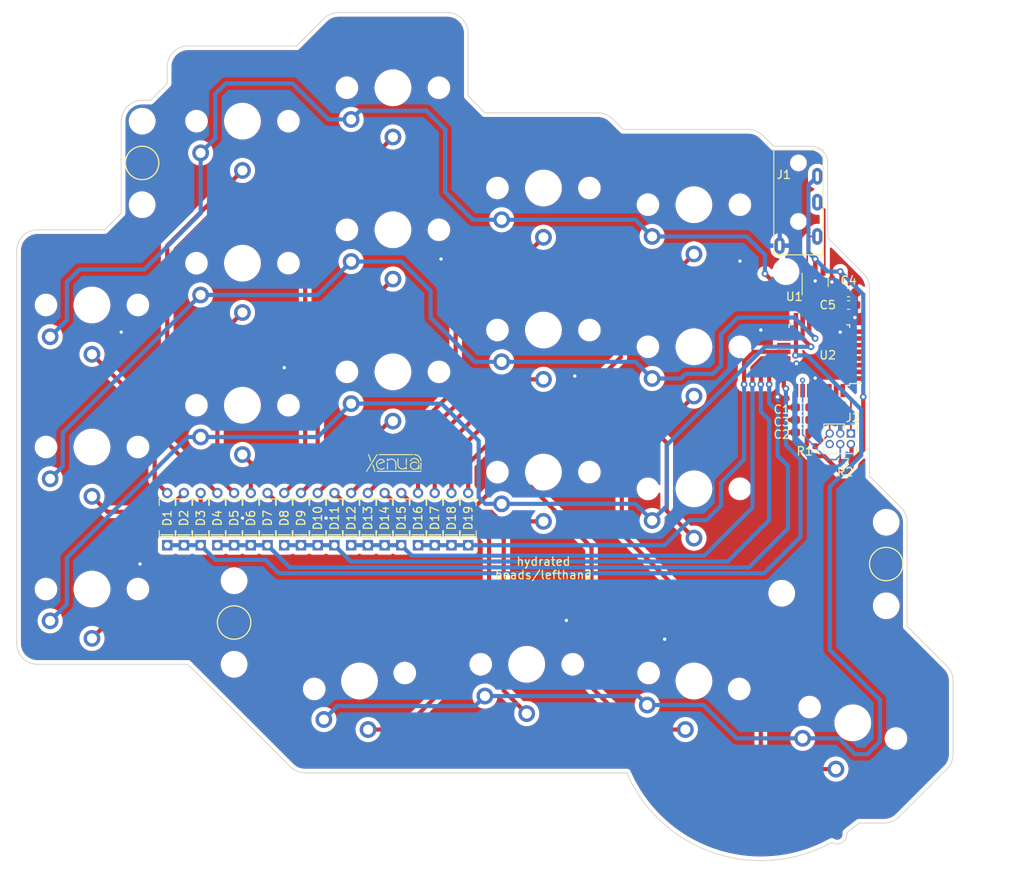
<source format=kicad_pcb>
(kicad_pcb (version 20211014) (generator pcbnew)

  (general
    (thickness 1.6)
  )

  (paper "A4")
  (layers
    (0 "F.Cu" signal)
    (31 "B.Cu" signal)
    (32 "B.Adhes" user "B.Adhesive")
    (33 "F.Adhes" user "F.Adhesive")
    (34 "B.Paste" user)
    (35 "F.Paste" user)
    (36 "B.SilkS" user "B.Silkscreen")
    (37 "F.SilkS" user "F.Silkscreen")
    (38 "B.Mask" user)
    (39 "F.Mask" user)
    (40 "Dwgs.User" user "User.Drawings")
    (41 "Cmts.User" user "User.Comments")
    (42 "Eco1.User" user "User.Eco1")
    (43 "Eco2.User" user "User.Eco2")
    (44 "Edge.Cuts" user)
    (45 "Margin" user)
    (46 "B.CrtYd" user "B.Courtyard")
    (47 "F.CrtYd" user "F.Courtyard")
    (48 "B.Fab" user)
    (49 "F.Fab" user)
    (50 "User.1" user)
    (51 "User.2" user)
    (52 "User.3" user)
    (53 "User.4" user)
    (54 "User.5" user)
    (55 "User.6" user)
    (56 "User.7" user)
    (57 "User.8" user)
    (58 "User.9" user)
  )

  (setup
    (stackup
      (layer "F.SilkS" (type "Top Silk Screen"))
      (layer "F.Paste" (type "Top Solder Paste"))
      (layer "F.Mask" (type "Top Solder Mask") (thickness 0.01))
      (layer "F.Cu" (type "copper") (thickness 0.035))
      (layer "dielectric 1" (type "core") (thickness 1.51) (material "FR4") (epsilon_r 4.5) (loss_tangent 0.02))
      (layer "B.Cu" (type "copper") (thickness 0.035))
      (layer "B.Mask" (type "Bottom Solder Mask") (thickness 0.01))
      (layer "B.Paste" (type "Bottom Solder Paste"))
      (layer "B.SilkS" (type "Bottom Silk Screen"))
      (copper_finish "None")
      (dielectric_constraints no)
    )
    (pad_to_mask_clearance 0)
    (pcbplotparams
      (layerselection 0x00010fc_ffffffff)
      (disableapertmacros false)
      (usegerberextensions false)
      (usegerberattributes true)
      (usegerberadvancedattributes true)
      (creategerberjobfile true)
      (svguseinch false)
      (svgprecision 6)
      (excludeedgelayer true)
      (plotframeref false)
      (viasonmask false)
      (mode 1)
      (useauxorigin false)
      (hpglpennumber 1)
      (hpglpenspeed 20)
      (hpglpendiameter 15.000000)
      (dxfpolygonmode true)
      (dxfimperialunits true)
      (dxfusepcbnewfont true)
      (psnegative false)
      (psa4output false)
      (plotreference true)
      (plotvalue true)
      (plotinvisibletext false)
      (sketchpadsonfab false)
      (subtractmaskfromsilk false)
      (outputformat 1)
      (mirror false)
      (drillshape 1)
      (scaleselection 1)
      (outputdirectory "")
    )
  )

  (net 0 "")
  (net 1 "GND")
  (net 2 "Net-(C1-Pad2)")
  (net 3 "+3V3")
  (net 4 "C_PINKY")
  (net 5 "Net-(D1-Pad2)")
  (net 6 "Net-(D2-Pad2)")
  (net 7 "Net-(D3-Pad2)")
  (net 8 "C_RING")
  (net 9 "Net-(D4-Pad2)")
  (net 10 "Net-(D5-Pad2)")
  (net 11 "Net-(D6-Pad2)")
  (net 12 "Net-(D7-Pad2)")
  (net 13 "C_MIDDLE")
  (net 14 "Net-(D8-Pad2)")
  (net 15 "Net-(D9-Pad2)")
  (net 16 "Net-(D10-Pad2)")
  (net 17 "Net-(D11-Pad2)")
  (net 18 "C_INDEX")
  (net 19 "Net-(D12-Pad2)")
  (net 20 "Net-(D13-Pad2)")
  (net 21 "Net-(D14-Pad2)")
  (net 22 "Net-(D15-Pad2)")
  (net 23 "C_INNER")
  (net 24 "Net-(D16-Pad2)")
  (net 25 "Net-(D17-Pad2)")
  (net 26 "Net-(D18-Pad2)")
  (net 27 "Net-(D19-Pad2)")
  (net 28 "/SWDIO")
  (net 29 "/RST")
  (net 30 "/SWCLK")
  (net 31 "unconnected-(J2-Pad6)")
  (net 32 "R_TOP")
  (net 33 "R_HOME")
  (net 34 "R_BOTTOM")
  (net 35 "R_THUMB")
  (net 36 "/SDA")
  (net 37 "Net-(J1-PadR2)")
  (net 38 "Net-(J1-PadR1)")
  (net 39 "unconnected-(U2-Pad1)")
  (net 40 "unconnected-(U2-Pad2)")
  (net 41 "unconnected-(U2-Pad3)")
  (net 42 "unconnected-(U2-Pad4)")
  (net 43 "unconnected-(U2-Pad5)")
  (net 44 "unconnected-(U2-Pad6)")
  (net 45 "unconnected-(U2-Pad7)")
  (net 46 "unconnected-(U2-Pad8)")
  (net 47 "/SCL")
  (net 48 "unconnected-(U2-Pad25)")
  (net 49 "unconnected-(U2-Pad27)")
  (net 50 "unconnected-(U2-Pad17)")
  (net 51 "unconnected-(U2-Pad18)")
  (net 52 "unconnected-(U2-Pad19)")

  (footprint "Resistor_SMD:R_0402_1005Metric_Pad0.72x0.64mm_HandSolder" (layer "F.Cu") (at 224.25 79.75))

  (footprint "MountingHole:MountingHole_2.2mm_M2_DIN965" (layer "F.Cu") (at 140 39))

  (footprint "mbk:Choc-1u-solder" (layer "F.Cu") (at 170 52))

  (footprint "mbk:Choc-1u-solder" (layer "F.Cu") (at 206 66))

  (footprint "mbk:Choc-1u-solder" (layer "F.Cu") (at 225 111 -20))

  (footprint "1N4148:DIOAD829W49L456D191" (layer "F.Cu") (at 173 86.5 90))

  (footprint "mbk:Choc-1u-solder" (layer "F.Cu") (at 152 39))

  (footprint "1N4148:DIOAD829W49L456D191" (layer "F.Cu") (at 169 86.5 90))

  (footprint "mbk:Choc-1u-solder" (layer "F.Cu") (at 152 73))

  (footprint "Package_QFP:TQFP-32_7x7mm_P0.8mm" (layer "F.Cu") (at 221 67 180))

  (footprint "Capacitor_SMD:C_0603_1608Metric_Pad1.08x0.95mm_HandSolder" (layer "F.Cu") (at 224.5 59.5))

  (footprint "mbk:Choc-1u-solder" (layer "F.Cu") (at 188 64))

  (footprint "mbk:Choc-1u-solder" (layer "F.Cu") (at 166 106 10))

  (footprint "MountingHole:MountingHole_2.2mm_M2_DIN965" (layer "F.Cu") (at 151 94))

  (footprint "mbk:Choc-1u-solder" (layer "F.Cu") (at 188 47))

  (footprint "1N4148:DIOAD829W49L456D191" (layer "F.Cu") (at 147 86.5 90))

  (footprint "mbk:Choc-1u-solder" (layer "F.Cu") (at 188 81))

  (footprint "Package_TO_SOT_SMD:SOT-23-6" (layer "F.Cu") (at 220.5 58 90))

  (footprint "MountingHole:MountingHole_2.2mm_M2_DIN965" (layer "F.Cu") (at 217 57))

  (footprint "MountingHole:MountingHole_2.2mm_M2_DIN965" (layer "F.Cu") (at 151 104))

  (footprint "1N4148:DIOAD829W49L456D191" (layer "F.Cu") (at 163 86.5 90))

  (footprint "MountingHole:MountingHole_2.2mm_M2_DIN965" (layer "F.Cu") (at 140 49))

  (footprint "1N4148:DIOAD829W49L456D191" (layer "F.Cu") (at 179 86.5 90))

  (footprint "pj320a:Jack_3.5mm_PJ320A_Horizontal" (layer "F.Cu") (at 218.5 44 -90))

  (footprint "mbk:Choc-1u-solder" (layer "F.Cu") (at 152 56))

  (footprint "MountingHole:MountingHole_2.2mm_M2_DIN965" (layer "F.Cu") (at 229 87))

  (footprint "xenua:sig" (layer "F.Cu") (at 166.845 80.905167))

  (footprint "1N4148:DIOAD829W49L456D191" (layer "F.Cu") (at 161 86.5 90))

  (footprint "Capacitor_SMD:C_0603_1608Metric_Pad1.08x0.95mm_HandSolder" (layer "F.Cu") (at 219 76.25 180))

  (footprint "mbk:Choc-1u-solder" (layer "F.Cu") (at 134 61))

  (footprint "MountingHole:MountingHole_2.2mm_M2_DIN965" (layer "F.Cu") (at 229 97))

  (footprint "Capacitor_SMD:C_0603_1608Metric_Pad1.08x0.95mm_HandSolder" (layer "F.Cu") (at 224.5 61))

  (footprint "1N4148:DIOAD829W49L456D191" (layer "F.Cu") (at 155 86.5 90))

  (footprint "1N4148:DIOAD829W49L456D191" (layer "F.Cu") (at 165 86.5 90))

  (footprint "Capacitor_SMD:C_0603_1608Metric_Pad1.08x0.95mm_HandSolder" (layer "F.Cu") (at 219 73.25))

  (footprint "mbk:Choc-1u-solder" (layer "F.Cu") (at 206 106 -10))

  (footprint "mbk:Choc-1u-solder" (layer "F.Cu") (at 134 95))

  (footprint "Connector_PinHeader_1.27mm:PinHeader_2x03_P1.27mm_Vertical" (layer "F.Cu") (at 224.775 76.375 -90))

  (footprint "1N4148:DIOAD829W49L456D191" (layer "F.Cu") (at 175 86.5 90))

  (footprint "mbk:Choc-1u-solder" (layer "F.Cu") (at 186 104))

  (footprint "mbk:Choc-1u-solder" (layer "F.Cu") (at 206 83))

  (footprint "mbk:Choc-1u-solder" (layer "F.Cu") (at 206 49))

  (footprint "1N4148:DIOAD829W49L456D191" (layer "F.Cu") (at 159 86.5 90))

  (footprint "mbk:Choc-1u-solder" (layer "F.Cu") (at 170 69))

  (footprint "1N4148:DIOAD829W49L456D191" (layer "F.Cu") (at 177 86.5 90))

  (footprint "1N4148:DIOAD829W49L456D191" (layer "F.Cu") (at 171 86.5 90))

  (footprint "mbk:Choc-1u-solder" (layer "F.Cu") (at 170 35))

  (footprint "Capacitor_SMD:C_0603_1608Metric_Pad1.08x0.95mm_HandSolder" (layer "F.Cu") (at 219 74.75 180))

  (footprint "1N4148:DIOAD829W49L456D191" (layer "F.Cu")
    (tedit 6235BD20) (tstamp dbf3a1f0-3ae6-4098-8304-356079c23da8)
    (at 151 86.5 90)
    (property "Sheetfile" "lefthand.kicad_sch")
    (property "Sheetname" "")
    (path "/b27c7fab-8289-4ef5-a70e-3a3e9584c5b3")
    (attr through_hole)
    (fp_text reference "D5" (at 0 0 90) (layer "F.SilkS")
      (effects (font (size 1.000102 1.000102) (thickness 0.15)))
      (tstamp 9ad58e9b-2820-4dc5-a5e4-ca5c01c490ff)
    )
    (fp_text value "D22" (at 0 2 90) (layer "F.Fab")
      (effects (font (size 1.001921 1.001921) (thickness 0.15)))
      (tstamp 56791047-0c80-4cd8-9282-934f668ff0bd)
    )
    (fp_line (start -2.28 -0.96) (end -2.28 0) (layer "F.SilkS") (width 0.127) (tstamp 06ff03ba-3844-4c8a-bfdd-43ff54640623))
    (fp_line (start -2.28 0.96) (end -1.52 0.96) (layer "F.SilkS") (width 0.127) (tstamp 0fb1c80d-d75d-4950-98fe-c4458bf1a81d))
    (fp_line (start 1.52 -0.96) (end 2.28 -0.96) (layer "F.SilkS") (width 0.127) (tstamp 178cbf16-edb2-4f11-aeae-f38b15af9812))
    (fp_line (start -2.28 0) (end -2.28 0.95) (layer "F.SilkS") (width 0.127) (tstamp 69acfdc4-3cb3-4dd7-947f-5c8d42f548a4))
    (fp_line (start -2.28 -0.96) (end -1.52 -0.96) (layer "F.SilkS") (width 0.127) (tstamp 6bf8b7b7-01b9-455e-b0fb-49e7b9f621f4))
    (fp_line (start 2.28 -0.95) (end 2.28 0) (layer "F.SilkS") (width 0.127) (tstamp 8899cd26-411d-42d3-b063-0181c294da89))
    (fp_line (start -2 -0.75) (end -2 0.75) (layer "F.SilkS") (width 0.12) (tstamp a9a26951-6b1a-4220-b2c3-a4789a018d0a))
    (fp_line (start 1.52 0.96) (end 2.28 0.96) (layer "F.SilkS") (width 0.127) (tstamp cde0387d-e84f-4107-b176-4e8b32c98e84))
    (fp_line (start 2.28 0) (end 2.28 0.96) (layer "F.SilkS") (width 0.127) (tstamp eab0f4ef-6df6-4b98-a3c3-73c8876ffd45))
    (fp_line (start -2.53 1) (end -2.53 0.815) (layer "F.CrtYd") (width 0.05) (tstamp 05d229b1-efe9-4da2-a376-f1ac260e668c))
    (fp_line (start -2.53 -1) (end 2.53 -1) (layer "F.CrtYd") (width 0.05) (tstamp 142674ff-649d-4412-b4c6-009a8c6fbefc))
    (fp_line (start -2.5
... [1268706 chars truncated]
</source>
